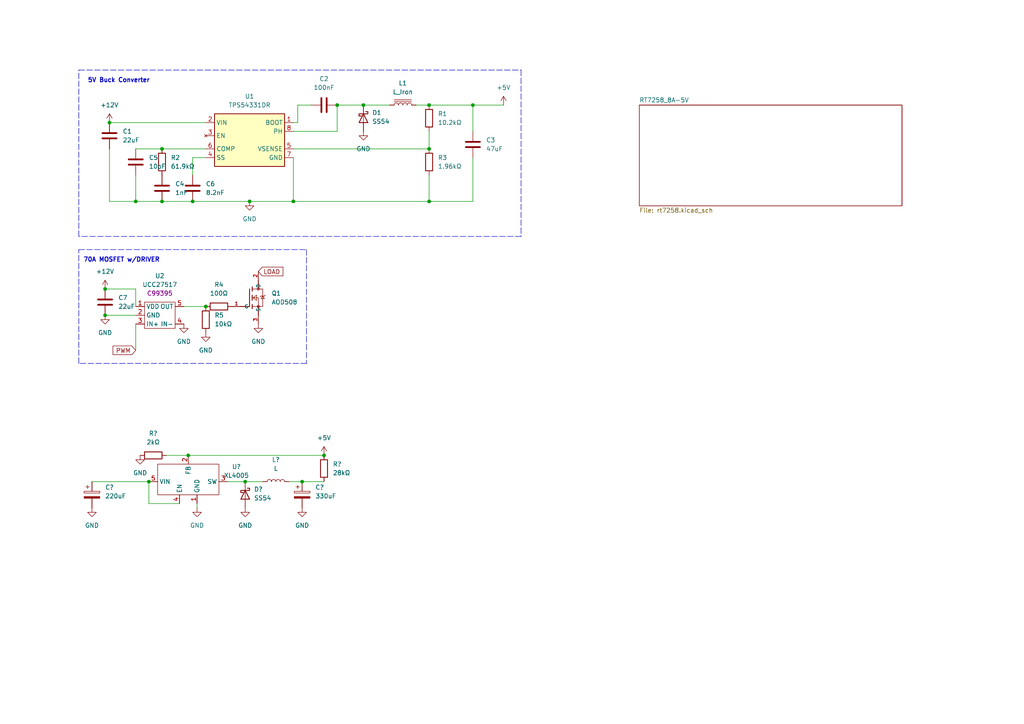
<source format=kicad_sch>
(kicad_sch (version 20211123) (generator eeschema)
  (paper "A4")
  (lib_symbols
    (symbol "01-rickbassham:NCE6080K" (pin_names (offset 1.016))
      (property "Reference" "Q" (at 6.35 0 0))
      (property "Value" "NCE6080K" (at 6.35 -2.54 0))
      (symbol "NCE6080K_0_0"
        (polyline (pts (xy -2.54 -2.54) (xy 0 -2.54)) (stroke (width 0.254)))
        (polyline (pts (xy 0 2.54) (xy 0 -2.54)) (stroke (width 0.254)))
        (polyline (pts (xy 0.762 -2.54) (xy 0.762 -3.175)) (stroke (width 0.254)))
        (polyline (pts (xy 0.762 -1.905) (xy 0.762 -2.54)) (stroke (width 0.254)))
        (polyline (pts (xy 0.762 0) (xy 0.762 -0.762)) (stroke (width 0.254)))
        (polyline (pts (xy 0.762 0) (xy 2.54 0)) (stroke (width 0.1524)))
        (polyline (pts (xy 0.762 0.762) (xy 0.762 0)) (stroke (width 0.254)))
        (polyline (pts (xy 0.762 2.54) (xy 0.762 1.905)) (stroke (width 0.254)))
        (polyline (pts (xy 0.762 2.54) (xy 2.54 2.54)) (stroke (width 0.1524)))
        (polyline (pts (xy 0.762 3.175) (xy 0.762 2.54)) (stroke (width 0.254)))
        (polyline (pts (xy 2.54 -2.54) (xy 0.762 -2.54)) (stroke (width 0.1524)))
        (polyline (pts (xy 2.54 -2.54) (xy 2.54 -5.08)) (stroke (width 0.254)))
        (polyline (pts (xy 2.54 -2.54) (xy 3.81 -2.54)) (stroke (width 0.1524)))
        (polyline (pts (xy 2.54 0) (xy 2.54 -2.54)) (stroke (width 0.1524)))
        (polyline (pts (xy 2.54 2.54) (xy 3.81 2.54)) (stroke (width 0.1524)))
        (polyline (pts (xy 2.54 5.08) (xy 2.54 2.54)) (stroke (width 0.254)))
        (polyline (pts (xy 3.302 0.508) (xy 3.048 0.254)) (stroke (width 0.1524)))
        (polyline (pts (xy 3.81 0.508) (xy 3.302 0.508)) (stroke (width 0.1524)))
        (polyline (pts (xy 3.81 0.508) (xy 3.81 -2.54)) (stroke (width 0.1524)))
        (polyline (pts (xy 3.81 2.54) (xy 3.81 0.508)) (stroke (width 0.1524)))
        (polyline (pts (xy 4.318 0.508) (xy 3.81 0.508)) (stroke (width 0.1524)))
        (polyline (pts (xy 4.572 0.762) (xy 4.318 0.508)) (stroke (width 0.1524)))
        (polyline (pts (xy 1.016 0) (xy 2.032 0.762) (xy 2.032 -0.762) (xy 1.016 0)) (stroke (width 0.1524)) (fill (type background)))
        (polyline (pts (xy 3.81 0.508) (xy 3.302 -0.254) (xy 4.318 -0.254) (xy 3.81 0.508)) (stroke (width 0.1524)) (fill (type background)))
        (circle (center 2.54 -2.54) (radius 0.3556))
        (circle (center 2.54 2.54) (radius 0.3556))
        (pin passive line (at -5.08 -2.54 0) (length 2.54) (name "G") (number "1"))
        (pin passive line (at 2.54 7.62 270) (length 2.54) (name "D") (number "2"))
        (pin passive line (at 2.54 -7.62 90) (length 2.54) (name "S") (number "3"))
      )
    )
    (symbol "01-rickbassham:TPS54331DR"
      (property "Reference" "U" (at -8.89 8.89 0))
      (property "Value" "TPS54331DR" (at 3.81 8.89 0))
      (symbol "TPS54331DR_1_1"
        (rectangle (start -10.16 7.62) (end 10.16 -7.62) (stroke (width 0.254)) (fill (type background)))
        (pin output line (at 12.7 5.08 180) (length 2.54) (name "BOOT") (number "1"))
        (pin power_in line (at -12.7 5.08 0) (length 2.54) (name "VIN") (number "2"))
        (pin no_connect line (at -12.7 1.27 0) (length 2.54) (name "EN") (number "3"))
        (pin output line (at -12.7 -5.08 0) (length 2.54) (name "SS") (number "4"))
        (pin input line (at 12.7 -2.54 180) (length 2.54) (name "VSENSE") (number "5"))
        (pin output line (at -12.7 -2.54 0) (length 2.54) (name "COMP") (number "6"))
        (pin power_in line (at 12.7 -5.08 180) (length 2.54) (name "GND") (number "7"))
        (pin output line (at 12.7 2.54 180) (length 2.54) (name "PH") (number "8"))
      )
    )
    (symbol "01-rickbassham:UCC27517"
      (property "Reference" "U" (at 0 0 0))
      (property "Value" "UCC27517" (at 0 0 0))
      (property "LCSC" "C99395" (at 0 0 0))
      (symbol "UCC27517_0_1"
        (rectangle (start 0 -3.81) (end 8.89 -11.43))
      )
      (symbol "UCC27517_1_1"
        (pin power_in line (at -2.54 -5.08 0) (length 2.54) (name "VDD") (number "1"))
        (pin power_in line (at -2.54 -7.62 0) (length 2.54) (name "GND") (number "2"))
        (pin input line (at -2.54 -10.16 0) (length 2.54) (name "IN+") (number "3"))
        (pin power_out line (at 11.43 -10.16 180) (length 2.54) (name "IN-") (number "4"))
        (pin output line (at 11.43 -5.08 180) (length 2.54) (name "OUT") (number "5"))
      )
    )
    (symbol "01-rickbassham:XL4005"
      (property "Reference" "U" (at 0 0 0))
      (property "Value" "XL4005" (at 0 0 0))
      (symbol "XL4005_0_1"
        (rectangle (start -8.89 -8.89) (end 8.89 -17.78))
      )
      (symbol "XL4005_1_1"
        (pin input line (at 2.54 -20.32 90) (length 2.54) (name "GND") (number "1"))
        (pin input line (at 0 -6.35 270) (length 2.54) (name "FB") (number "2"))
        (pin input line (at 11.43 -13.97 180) (length 2.54) (name "SW") (number "3"))
        (pin input line (at -2.54 -20.32 90) (length 2.54) (name "EN") (number "4"))
        (pin input line (at -11.43 -13.97 0) (length 2.54) (name "VIN") (number "5"))
      )
    )
    (symbol "Device:C" (pin_numbers hide) (pin_names (offset 0.254))
      (property "Reference" "C" (at 0.635 2.54 0))
      (property "Value" "C" (at 0.635 -2.54 0))
      (symbol "C_0_1"
        (polyline (pts (xy -2.032 -0.762) (xy 2.032 -0.762)) (stroke (width 0.508)))
        (polyline (pts (xy -2.032 0.762) (xy 2.032 0.762)) (stroke (width 0.508)))
      )
      (symbol "C_1_1"
        (pin passive line (at 0 3.81 270) (length 2.794) (name "~") (number "1"))
        (pin passive line (at 0 -3.81 90) (length 2.794) (name "~") (number "2"))
      )
    )
    (symbol "Device:C_Polarized" (pin_numbers hide) (pin_names (offset 0.254))
      (property "Reference" "C" (at 0.635 2.54 0))
      (property "Value" "C_Polarized" (at 0.635 -2.54 0))
      (symbol "C_Polarized_0_1"
        (rectangle (start -2.286 0.508) (end 2.286 1.016))
        (polyline (pts (xy -1.778 2.286) (xy -0.762 2.286)))
        (polyline (pts (xy -1.27 2.794) (xy -1.27 1.778)))
        (rectangle (start 2.286 -0.508) (end -2.286 -1.016) (fill (type outline)))
      )
      (symbol "C_Polarized_1_1"
        (pin passive line (at 0 3.81 270) (length 2.794) (name "~") (number "1"))
        (pin passive line (at 0 -3.81 90) (length 2.794) (name "~") (number "2"))
      )
    )
    (symbol "Device:L" (pin_numbers hide) (pin_names (offset 1.016) hide)
      (property "Reference" "L" (at -1.27 0 90))
      (property "Value" "L" (at 1.905 0 90))
      (symbol "L_0_1"
        (arc (start 0 -2.54) (mid 0.635 -1.905) (end 0 -1.27))
        (arc (start 0 -1.27) (mid 0.635 -0.635) (end 0 0))
        (arc (start 0 0) (mid 0.635 0.635) (end 0 1.27))
        (arc (start 0 1.27) (mid 0.635 1.905) (end 0 2.54))
      )
      (symbol "L_1_1"
        (pin passive line (at 0 3.81 270) (length 1.27) (name "1") (number "1"))
        (pin passive line (at 0 -3.81 90) (length 1.27) (name "2") (number "2"))
      )
    )
    (symbol "Device:L_Iron" (pin_numbers hide) (pin_names (offset 1.016) hide)
      (property "Reference" "L" (at -1.27 0 90))
      (property "Value" "L_Iron" (at 2.794 0 90))
      (symbol "L_Iron_0_1"
        (arc (start 0 -2.54) (mid 0.635 -1.905) (end 0 -1.27))
        (arc (start 0 -1.27) (mid 0.635 -0.635) (end 0 0))
        (polyline (pts (xy 1.016 2.54) (xy 1.016 -2.54)))
        (polyline (pts (xy 1.524 -2.54) (xy 1.524 2.54)))
        (arc (start 0 0) (mid 0.635 0.635) (end 0 1.27))
        (arc (start 0 1.27) (mid 0.635 1.905) (end 0 2.54))
      )
      (symbol "L_Iron_1_1"
        (pin passive line (at 0 3.81 270) (length 1.27) (name "1") (number "1"))
        (pin passive line (at 0 -3.81 90) (length 1.27) (name "2") (number "2"))
      )
    )
    (symbol "Device:R" (pin_numbers hide) (pin_names (offset 0))
      (property "Reference" "R" (at 2.032 0 90))
      (property "Value" "R" (at 0 0 90))
      (symbol "R_0_1"
        (rectangle (start -1.016 -2.54) (end 1.016 2.54) (stroke (width 0.254)))
      )
      (symbol "R_1_1"
        (pin passive line (at 0 3.81 270) (length 1.27) (name "~") (number "1"))
        (pin passive line (at 0 -3.81 90) (length 1.27) (name "~") (number "2"))
      )
    )
    (symbol "Diode:B340" (pin_numbers hide) (pin_names (offset 1.016) hide)
      (property "Reference" "D" (at 0 2.54 0))
      (property "Value" "B340" (at 0 -2.54 0))
      (symbol "B340_0_1"
        (polyline (pts (xy 1.27 0) (xy -1.27 0)))
        (polyline (pts (xy 1.27 1.27) (xy 1.27 -1.27) (xy -1.27 0) (xy 1.27 1.27)) (stroke (width 0.254)))
        (polyline (pts (xy -1.905 0.635) (xy -1.905 1.27) (xy -1.27 1.27) (xy -1.27 -1.27) (xy -0.635 -1.27) (xy -0.635 -0.635)) (stroke (width 0.254)))
      )
      (symbol "B340_1_1"
        (pin passive line (at -3.81 0 0) (length 2.54) (name "K") (number "1"))
        (pin passive line (at 3.81 0 180) (length 2.54) (name "A") (number "2"))
      )
    )
    (symbol "power:+12V" (power) (pin_names (offset 0))
      (property "Value" "+12V" (at 0 3.556 0))
      (symbol "+12V_0_1"
        (polyline (pts (xy -0.762 1.27) (xy 0 2.54)))
        (polyline (pts (xy 0 0) (xy 0 2.54)))
        (polyline (pts (xy 0 2.54) (xy 0.762 1.27)))
      )
      (symbol "+12V_1_1"
        (pin power_in line (at 0 0 90) (length 0) hide (name "+12V") (number "1"))
      )
    )
    (symbol "power:+5V" (power) (pin_names (offset 0))
      (property "Value" "+5V" (at 0 3.556 0))
      (symbol "+5V_0_1"
        (polyline (pts (xy -0.762 1.27) (xy 0 2.54)))
        (polyline (pts (xy 0 0) (xy 0 2.54)))
        (polyline (pts (xy 0 2.54) (xy 0.762 1.27)))
      )
      (symbol "+5V_1_1"
        (pin power_in line (at 0 0 90) (length 0) hide (name "+5V") (number "1"))
      )
    )
    (symbol "power:GND" (power) (pin_names (offset 0))
      (property "Value" "GND" (at 0 -3.81 0))
      (symbol "GND_0_1"
        (polyline (pts (xy 0 0) (xy 0 -1.27) (xy 1.27 -1.27) (xy 0 -2.54) (xy -1.27 -1.27) (xy 0 -1.27)))
      )
      (symbol "GND_1_1"
        (pin power_in line (at 0 0 270) (length 0) hide (name "GND") (number "1"))
      )
    )
  )
  (junction (at 31.75 35.56))
  (junction (at 124.46 58.42))
  (junction (at 97.79 30.48))
  (junction (at 137.16 30.48))
  (junction (at 30.48 91.44))
  (junction (at 71.12 139.7))
  (junction (at 72.39 58.42))
  (junction (at 124.46 30.48))
  (junction (at 87.63 139.7))
  (junction (at 54.61 132.08))
  (junction (at 30.48 83.82))
  (junction (at 59.69 88.9))
  (junction (at 46.99 58.42))
  (junction (at 85.09 58.42))
  (junction (at 93.98 132.08))
  (junction (at 55.88 58.42))
  (junction (at 43.18 139.7))
  (junction (at 124.46 43.18))
  (junction (at 105.41 30.48))
  (junction (at 39.37 58.42))
  (junction (at 46.99 43.18))
  (wire (pts (xy 97.79 30.48) (xy 105.41 30.48)))
  (wire (pts (xy 124.46 30.48) (xy 137.16 30.48)))
  (wire (pts (xy 31.75 58.42) (xy 39.37 58.42)))
  (wire (pts (xy 120.65 30.48) (xy 124.46 30.48)))
  (wire (pts (xy 39.37 88.9) (xy 39.37 83.82)))
  (wire (pts (xy 124.46 58.42) (xy 85.09 58.42)))
  (wire (pts (xy 137.16 45.72) (xy 137.16 58.42)))
  (wire (pts (xy 85.09 43.18) (xy 124.46 43.18)))
  (wire (pts (xy 87.63 139.7) (xy 93.98 139.7)))
  (wire (pts (xy 85.09 38.1) (xy 97.79 38.1)))
  (polyline (pts (xy 151.13 20.32) (xy 151.13 68.58)))
  (wire (pts (xy 97.79 38.1) (xy 97.79 30.48)))
  (polyline (pts (xy 22.86 68.58) (xy 22.86 20.32)))
  (wire (pts (xy 43.18 139.7) (xy 43.18 146.05)))
  (wire (pts (xy 31.75 43.18) (xy 31.75 58.42)))
  (wire (pts (xy 124.46 50.8) (xy 124.46 58.42)))
  (wire (pts (xy 86.36 30.48) (xy 90.17 30.48)))
  (wire (pts (xy 137.16 30.48) (xy 137.16 38.1)))
  (wire (pts (xy 30.48 91.44) (xy 39.37 91.44)))
  (wire (pts (xy 59.69 45.72) (xy 55.88 45.72)))
  (wire (pts (xy 124.46 38.1) (xy 124.46 43.18)))
  (wire (pts (xy 54.61 132.08) (xy 93.98 132.08)))
  (wire (pts (xy 55.88 45.72) (xy 55.88 50.8)))
  (wire (pts (xy 85.09 35.56) (xy 86.36 35.56)))
  (polyline (pts (xy 22.86 20.32) (xy 151.13 20.32)))
  (wire (pts (xy 43.18 146.05) (xy 52.07 146.05)))
  (wire (pts (xy 46.99 43.18) (xy 59.69 43.18)))
  (wire (pts (xy 39.37 58.42) (xy 46.99 58.42)))
  (wire (pts (xy 46.99 58.42) (xy 55.88 58.42)))
  (wire (pts (xy 39.37 83.82) (xy 30.48 83.82)))
  (polyline (pts (xy 88.9 72.39) (xy 88.9 105.41)))
  (wire (pts (xy 57.15 147.32) (xy 57.15 146.05)))
  (wire (pts (xy 48.26 132.08) (xy 54.61 132.08)))
  (wire (pts (xy 31.75 35.56) (xy 59.69 35.56)))
  (wire (pts (xy 39.37 50.8) (xy 39.37 58.42)))
  (polyline (pts (xy 151.13 68.58) (xy 22.86 68.58)))
  (wire (pts (xy 66.04 139.7) (xy 71.12 139.7)))
  (wire (pts (xy 85.09 45.72) (xy 85.09 58.42)))
  (wire (pts (xy 26.67 139.7) (xy 43.18 139.7)))
  (wire (pts (xy 39.37 93.98) (xy 39.37 101.6)))
  (polyline (pts (xy 22.86 72.39) (xy 88.9 72.39)))
  (wire (pts (xy 86.36 35.56) (xy 86.36 30.48)))
  (polyline (pts (xy 22.86 105.41) (xy 22.86 72.39)))
  (wire (pts (xy 83.82 139.7) (xy 87.63 139.7)))
  (wire (pts (xy 71.12 139.7) (xy 76.2 139.7)))
  (wire (pts (xy 137.16 58.42) (xy 124.46 58.42)))
  (wire (pts (xy 55.88 58.42) (xy 72.39 58.42)))
  (wire (pts (xy 105.41 30.48) (xy 113.03 30.48)))
  (wire (pts (xy 85.09 58.42) (xy 72.39 58.42)))
  (wire (pts (xy 137.16 30.48) (xy 146.05 30.48)))
  (wire (pts (xy 39.37 43.18) (xy 46.99 43.18)))
  (polyline (pts (xy 88.9 105.41) (xy 22.86 105.41)))
  (wire (pts (xy 59.69 88.9) (xy 53.34 88.9)))
  (text "70A MOSFET w/DRIVER" (at 24.13 76.2 0) (effects (font (size 1.27 1.27) bold) (justify left bottom)))
  (text "5V Buck Converter" (at 25.4 24.13 0) (effects (font (size 1.27 1.27) (thickness 0.254) bold) (justify left bottom)))
  (global_label "LOAD" (shape input) (at 74.93 78.74 0) (property "Intersheet References" "${INTERSHEET_REFS}" (effects hide)))
  (global_label "PWM" (shape input) (at 39.37 101.6 180) (property "Intersheet References" "${INTERSHEET_REFS}" (effects hide)))
  (symbol (lib_id "power:GND") (at 57.15 147.32 0) (unit 1)
    (property "Reference" "#PWR?" (effects hide))
    (property "Value" "GND" (at 57.15 152.4 0))
  )
  (symbol (lib_id "power:GND") (at 30.48 91.44 0) (unit 1)
    (property "Reference" "#PWR0109" (effects hide))
    (property "Value" "GND" (at 30.48 96.52 0))
  )
  (symbol (lib_id "01-rickbassham:TPS54331DR") (at 72.39 40.64 0) (unit 1)
    (property "Reference" "U1" (at 72.39 27.94 0))
    (property "Value" "TPS54331DR" (at 72.39 30.48 0))
    (property "Footprint" "Package_SO:SOIC-8_3.9x4.9mm_P1.27mm" (effects hide))
    (property "Datasheet" "http://www.ti.com/lit/ds/symlink/tps54336a.pdf" (effects hide))
    (property "LCSC" "C9865" (effects hide))
  )
  (symbol (lib_id "Device:L") (at 80.01 139.7 90) (unit 1)
    (property "Reference" "L?" (at 80.01 133.35 90))
    (property "Value" "L" (at 80.01 135.89 90))
  )
  (symbol (lib_id "power:GND") (at 74.93 93.98 0) (unit 1)
    (property "Reference" "#PWR0107" (effects hide))
    (property "Value" "GND" (at 74.93 99.06 0))
  )
  (symbol (lib_id "Device:C") (at 137.16 41.91 0) (unit 1)
    (property "Reference" "C3" (at 140.97 40.6399 0) (effects (justify left)))
    (property "Value" "47uF" (at 140.97 43.1799 0) (effects (justify left)))
    (property "Footprint" "Capacitor_SMD:C_0603_1608Metric" (effects hide))
    (property "LCSC" "C76615" (effects hide))
  )
  (symbol (lib_id "Device:R") (at 59.69 92.71 180) (unit 1)
    (property "Reference" "R5" (at 62.23 91.4399 0) (effects (justify right)))
    (property "Value" "10kΩ" (at 62.23 93.9799 0) (effects (justify right)))
    (property "Footprint" "Resistor_SMD:R_0603_1608Metric" (effects hide))
    (property "LCSC" "C116677" (effects hide))
  )
  (symbol (lib_id "power:GND") (at 87.63 147.32 0) (unit 1)
    (property "Reference" "#PWR?" (effects hide))
    (property "Value" "GND" (at 87.63 152.4 0))
  )
  (symbol (lib_id "Device:R") (at 124.46 34.29 0) (unit 1)
    (property "Reference" "R1" (at 127 33.0199 0) (effects (justify left)))
    (property "Value" "10.2kΩ" (at 127 35.5599 0) (effects (justify left)))
    (property "Footprint" "Resistor_SMD:R_0603_1608Metric" (effects hide))
    (property "LCSC" "C100708" (effects hide))
  )
  (symbol (lib_id "Device:C") (at 39.37 46.99 0) (unit 1)
    (property "Reference" "C5" (at 43.18 45.7199 0) (effects (justify left)))
    (property "Value" "10pF" (at 43.18 48.2599 0) (effects (justify left)))
    (property "Footprint" "Capacitor_SMD:C_0603_1608Metric" (effects hide))
    (property "LCSC" "C160903" (effects hide))
  )
  (symbol (lib_id "power:GND") (at 40.64 132.08 0) (unit 1)
    (property "Reference" "#PWR?" (effects hide))
    (property "Value" "GND" (at 40.64 137.16 0))
  )
  (symbol (lib_id "Device:C") (at 31.75 39.37 0) (unit 1)
    (property "Reference" "C1" (at 35.56 38.0999 0) (effects (justify left)))
    (property "Value" "22uF" (at 35.56 40.6399 0) (effects (justify left)))
    (property "Footprint" "Capacitor_SMD:C_0603_1608Metric" (effects hide))
    (property "LCSC" "C268016" (effects hide))
  )
  (symbol (lib_id "Device:R") (at 44.45 132.08 90) (unit 1)
    (property "Reference" "R?" (at 44.45 125.73 90))
    (property "Value" "2kΩ" (at 44.45 128.27 90))
    (property "Footprint" "Resistor_SMD:R_0603_1608Metric" (effects hide))
  )
  (symbol (lib_id "power:GND") (at 59.69 96.52 0) (unit 1)
    (property "Reference" "#PWR0105" (effects hide))
    (property "Value" "GND" (at 59.69 101.6 0))
  )
  (symbol (lib_id "01-rickbassham:UCC27517") (at 41.91 83.82 0) (unit 1)
    (property "Reference" "U2" (at 46.355 80.01 0))
    (property "Value" "UCC27517" (at 46.355 82.55 0))
    (property "Footprint" "Package_TO_SOT_SMD:SOT-23-5" (effects hide))
    (property "LCSC" "C99395" (at 46.355 85.09 0))
  )
  (symbol (lib_id "Device:R") (at 124.46 46.99 0) (unit 1)
    (property "Reference" "R3" (at 127 45.7199 0) (effects (justify left)))
    (property "Value" "1.96kΩ" (at 127 48.2599 0) (effects (justify left)))
    (property "Footprint" "Resistor_SMD:R_0603_1608Metric" (effects hide))
    (property "LCSC" "C209060" (effects hide))
  )
  (symbol (lib_id "power:+5V") (at 93.98 132.08 0) (unit 1)
    (property "Reference" "#PWR?" (effects hide))
    (property "Value" "+5V" (at 93.98 127 0))
  )
  (symbol (lib_id "Device:C") (at 46.99 54.61 0) (unit 1)
    (property "Reference" "C4" (at 50.8 53.3399 0) (effects (justify left)))
    (property "Value" "1nF" (at 50.8 55.8799 0) (effects (justify left)))
    (property "Footprint" "Capacitor_SMD:C_0603_1608Metric" (effects hide))
    (property "LCSC" "C8808" (effects hide))
  )
  (symbol (lib_id "Device:C") (at 55.88 54.61 0) (unit 1)
    (property "Reference" "C6" (at 59.69 53.3399 0) (effects (justify left)))
    (property "Value" "8.2nF" (at 59.69 55.8799 0) (effects (justify left)))
    (property "Footprint" "Capacitor_SMD:C_0603_1608Metric" (effects hide))
    (property "LCSC" "C27920" (effects hide))
  )
  (symbol (lib_id "power:GND") (at 71.12 147.32 0) (unit 1)
    (property "Reference" "#PWR?" (effects hide))
    (property "Value" "GND" (at 71.12 152.4 0))
  )
  (symbol (lib_id "power:GND") (at 53.34 93.98 0) (unit 1)
    (property "Reference" "#PWR0106" (effects hide))
    (property "Value" "GND" (at 53.34 99.06 0))
  )
  (symbol (lib_id "Device:C_Polarized") (at 87.63 143.51 0) (unit 1)
    (property "Reference" "C?" (at 91.44 141.3509 0) (effects (justify left)))
    (property "Value" "330uF" (at 91.44 143.8909 0) (effects (justify left)))
  )
  (symbol (lib_id "Device:C_Polarized") (at 26.67 143.51 0) (unit 1)
    (property "Reference" "C?" (at 30.48 141.3509 0) (effects (justify left)))
    (property "Value" "220uF" (at 30.48 143.8909 0) (effects (justify left)))
  )
  (symbol (lib_id "01-rickbassham:XL4005") (at 54.61 125.73 0) (unit 1)
    (property "Reference" "U?" (at 68.58 135.3693 0))
    (property "Value" "XL4005" (at 68.58 137.9093 0))
    (property "Footprint" "Package_TO_SOT_SMD:TO-263-5_TabPin3" (effects hide))
    (property "LCSC" "C73332" (effects hide))
  )
  (symbol (lib_id "01-rickbassham:NCE6080K") (at 72.39 86.36 0) (unit 1)
    (property "Reference" "Q1" (at 78.74 85.0899 0) (effects (justify left)))
    (property "Value" "AOD508" (at 78.74 87.6299 0) (effects (justify left)))
    (property "Footprint" "Package_TO_SOT_SMD:TO-252-2" (effects hide))
    (property "LCSC" "C80964" (effects hide))
  )
  (symbol (lib_id "power:+12V") (at 31.75 35.56 0) (unit 1)
    (property "Reference" "#PWR0102" (effects hide))
    (property "Value" "+12V" (at 31.75 30.48 0))
  )
  (symbol (lib_id "power:GND") (at 105.41 38.1 0) (unit 1)
    (property "Reference" "#PWR0104" (effects hide))
    (property "Value" "GND" (at 105.41 43.18 0))
  )
  (symbol (lib_id "Device:R") (at 46.99 46.99 0) (unit 1)
    (property "Reference" "R2" (at 49.53 45.7199 0) (effects (justify left)))
    (property "Value" "61.9kΩ" (at 49.53 48.2599 0) (effects (justify left)))
    (property "Footprint" "Resistor_SMD:R_0603_1608Metric" (effects hide))
    (property "LCSC" "C23091" (effects hide))
  )
  (symbol (lib_id "power:GND") (at 26.67 147.32 0) (unit 1)
    (property "Reference" "#PWR?" (effects hide))
    (property "Value" "GND" (at 26.67 152.4 0))
  )
  (symbol (lib_id "power:GND") (at 72.39 58.42 0) (unit 1)
    (property "Reference" "#PWR0101" (effects hide))
    (property "Value" "GND" (at 72.39 63.5 0))
  )
  (symbol (lib_id "Diode:B340") (at 71.12 143.51 270) (unit 1)
    (property "Reference" "D?" (at 73.66 141.9224 90) (effects (justify left)))
    (property "Value" "SS54" (at 73.66 144.4624 90) (effects (justify left)))
    (property "Footprint" "01-rickbassham:SS54" (effects hide))
    (property "Datasheet" "http://www.jameco.com/Jameco/Products/ProdDS/1538777.pdf" (effects hide))
    (property "LCSC" "C3018536" (effects hide))
  )
  (symbol (lib_id "Device:R") (at 93.98 135.89 180) (unit 1)
    (property "Reference" "R?" (at 96.52 134.6199 0) (effects (justify right)))
    (property "Value" "28kΩ" (at 96.52 137.1599 0) (effects (justify right)))
    (property "Footprint" "Resistor_SMD:R_0603_1608Metric" (effects hide))
  )
  (symbol (lib_id "Device:C") (at 30.48 87.63 0) (unit 1)
    (property "Reference" "C7" (at 34.29 86.3599 0) (effects (justify left)))
    (property "Value" "22uF" (at 34.29 88.8999 0) (effects (justify left)))
    (property "Footprint" "Capacitor_SMD:C_0603_1608Metric" (effects hide))
    (property "LCSC" "C268016" (effects hide))
  )
  (symbol (lib_id "power:+5V") (at 146.05 30.48 0) (unit 1)
    (property "Reference" "#PWR0103" (effects hide))
    (property "Value" "+5V" (at 146.05 25.4 0))
  )
  (symbol (lib_id "Device:R") (at 63.5 88.9 90) (unit 1)
    (property "Reference" "R4" (at 63.5 82.55 90))
    (property "Value" "100Ω" (at 63.5 85.09 90))
    (property "Footprint" "Resistor_SMD:R_0603_1608Metric" (effects hide))
    (property "LCSC" "C105588" (effects hide))
  )
  (symbol (lib_id "Device:L_Iron") (at 116.84 30.48 90) (unit 1)
    (property "Reference" "L1" (at 116.84 24.13 90))
    (property "Value" "L_Iron" (at 116.84 26.67 90))
    (property "Footprint" "Inductor_SMD:L_Bourns_SRN6045TA" (effects hide))
    (property "LCSC" "C718395" (effects hide))
  )
  (symbol (lib_id "Diode:B340") (at 105.41 34.29 270) (unit 1)
    (property "Reference" "D1" (at 107.95 32.7024 90) (effects (justify left)))
    (property "Value" "SS54" (at 107.95 35.2424 90) (effects (justify left)))
    (property "Footprint" "01-rickbassham:SS54" (effects hide))
    (property "Datasheet" "http://www.jameco.com/Jameco/Products/ProdDS/1538777.pdf" (effects hide))
    (property "LCSC" "C3018536" (effects hide))
  )
  (symbol (lib_id "power:+12V") (at 30.48 83.82 0) (unit 1)
    (property "Reference" "#PWR0108" (effects hide))
    (property "Value" "+12V" (at 30.48 78.74 0))
  )
  (symbol (lib_id "Device:C") (at 93.98 30.48 90) (unit 1)
    (property "Reference" "C2" (at 93.98 22.86 90))
    (property "Value" "100nF" (at 93.98 25.4 90))
    (property "Footprint" "Capacitor_SMD:C_0603_1608Metric" (effects hide))
    (property "LCSC" "C235731" (effects hide))
  )
  (sheet (at 185.42 30.48) (size 76.2 29.21) (stroke (width 0.1524))
    (property "Sheet name" "RT7258_8A-5V" (at 185.42 29.7684 0) (effects (justify left bottom)))
    (property "Sheet file" "rt7258.kicad_sch" (at 185.42 60.2746 0) (effects (justify left top)))
  )
)
</source>
